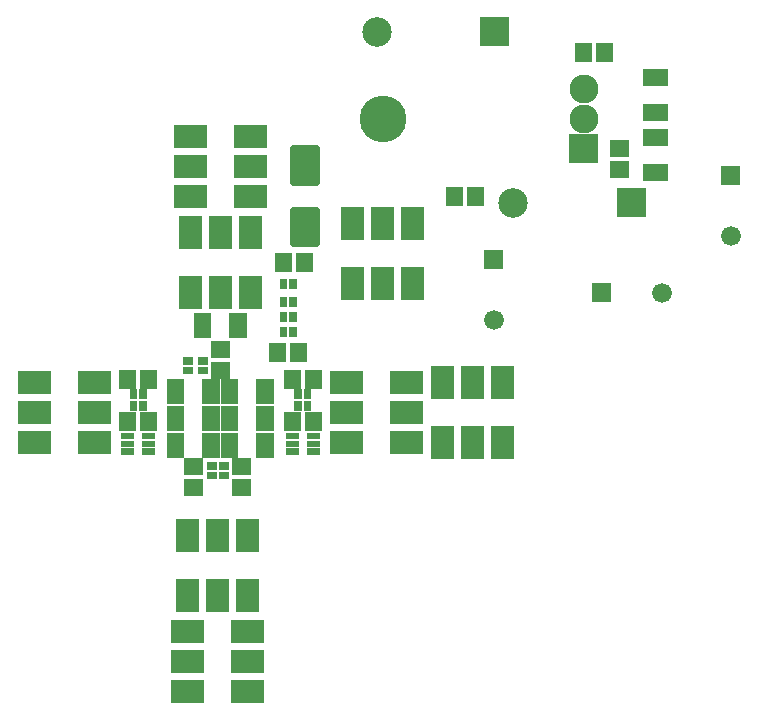
<source format=gbr>
G04 start of page 8 for group -4063 idx -4063 *
G04 Title: (unknown), componentmask *
G04 Creator: pcb 20110918 *
G04 CreationDate: Wed 16 Apr 2014 03:02:33 AM GMT UTC *
G04 For: commonadmin *
G04 Format: Gerber/RS-274X *
G04 PCB-Dimensions: 300000 250000 *
G04 PCB-Coordinate-Origin: lower left *
%MOIN*%
%FSLAX25Y25*%
%LNTOPMASK*%
%ADD96C,0.0247*%
%ADD95R,0.0818X0.0818*%
%ADD94R,0.0210X0.0210*%
%ADD93R,0.0750X0.0750*%
%ADD92R,0.0257X0.0257*%
%ADD91R,0.0572X0.0572*%
%ADD90C,0.0984*%
%ADD89C,0.1560*%
%ADD88C,0.0660*%
%ADD87C,0.0960*%
%ADD86C,0.0001*%
G54D86*G36*
X194200Y203800D02*Y194200D01*
X203800D01*
Y203800D01*
X194200D01*
G37*
G54D87*X199000Y209000D03*
Y219000D03*
G54D86*G36*
X210079Y185921D02*Y176079D01*
X219921D01*
Y185921D01*
X210079D01*
G37*
G36*
X165700Y165300D02*Y158700D01*
X172300D01*
Y165300D01*
X165700D01*
G37*
G54D88*X169000Y142000D03*
G54D89*X132000Y209000D03*
G54D90*X175630Y181000D03*
G54D86*G36*
X201700Y154300D02*Y147700D01*
X208300D01*
Y154300D01*
X201700D01*
G37*
G54D88*X225000Y151000D03*
G54D86*G36*
X244700Y193300D02*Y186700D01*
X251300D01*
Y193300D01*
X244700D01*
G37*
G54D88*X248000Y170000D03*
G54D86*G36*
X164449Y242921D02*Y233079D01*
X174291D01*
Y242921D01*
X164449D01*
G37*
G54D90*X130000Y238000D03*
G54D91*X63000Y119181D02*Y116819D01*
X74810Y119181D02*Y116819D01*
G54D92*X71607Y125000D02*X72393D01*
X71607Y128148D02*X72393D01*
X66607Y125000D02*X67393D01*
X66607Y128148D02*X67393D01*
G54D91*X77607Y125000D02*X78393D01*
X77607Y132086D02*X78393D01*
X97000Y131393D02*Y130607D01*
X104086Y131393D02*Y130607D01*
X81000Y119181D02*Y116819D01*
X92810Y119181D02*Y116819D01*
X74810Y110181D02*Y107819D01*
Y101181D02*Y98819D01*
X81000Y101181D02*Y98819D01*
X92810Y101181D02*Y98819D01*
Y110181D02*Y107819D01*
X81000Y110181D02*Y107819D01*
G54D93*X172000Y122750D02*Y119250D01*
X162000Y122750D02*Y119250D01*
X152000Y122750D02*Y119250D01*
X138250Y121000D02*X141750D01*
X152000Y102750D02*Y99250D01*
X138250Y101000D02*X141750D01*
X138250Y111000D02*X141750D01*
X162000Y102750D02*Y99250D01*
X172000Y102750D02*Y99250D01*
G54D94*X108000Y98000D02*X110000D01*
X108000Y100600D02*X110000D01*
X108000Y103100D02*X110000D01*
X101000Y98000D02*X103000D01*
X101000Y103100D02*X103000D01*
X101000Y100600D02*X103000D01*
G54D91*X102000Y108493D02*Y107707D01*
X109086Y108493D02*Y107707D01*
G54D92*X103852Y113493D02*Y112707D01*
X107000Y113493D02*Y112707D01*
X103852Y117493D02*Y116707D01*
X107000Y117493D02*Y116707D01*
G54D91*X102000Y122493D02*Y121707D01*
X109086Y122493D02*Y121707D01*
G54D93*X118250Y121000D02*X121750D01*
X118250Y111000D02*X121750D01*
X118250Y101000D02*X121750D01*
G54D91*X72000Y141181D02*Y138819D01*
G54D93*X68000Y172750D02*Y169250D01*
Y152750D02*Y149250D01*
X66250Y203000D02*X69750D01*
X66250Y193000D02*X69750D01*
X66250Y183000D02*X69750D01*
G54D91*X83810Y141181D02*Y138819D01*
G54D93*X78000Y152750D02*Y149250D01*
X88000Y152750D02*Y149250D01*
Y172750D02*Y169250D01*
X78000Y172750D02*Y169250D01*
X86250Y183000D02*X89750D01*
X86250Y193000D02*X89750D01*
X86250Y203000D02*X89750D01*
G54D92*X99000Y138393D02*Y137607D01*
Y143393D02*Y142607D01*
Y148393D02*Y147607D01*
Y154393D02*Y153607D01*
G54D91*Y161393D02*Y160607D01*
G54D92*X102148Y138393D02*Y137607D01*
Y143393D02*Y142607D01*
Y148393D02*Y147607D01*
Y154393D02*Y153607D01*
G54D91*X106086Y161393D02*Y160607D01*
G54D93*X122000Y155750D02*Y152250D01*
X142000Y175750D02*Y172250D01*
X132000Y175750D02*Y172250D01*
X122000Y175750D02*Y172250D01*
X132000Y155750D02*Y152250D01*
X142000Y155750D02*Y152250D01*
G54D91*X156000Y183393D02*Y182607D01*
X163086Y183393D02*Y182607D01*
G54D95*X106000Y195244D02*Y191701D01*
G54D96*X102161Y199082D02*X109839D01*
X102161D02*Y187862D01*
X109839D01*
Y199082D02*Y187862D01*
G54D95*X106000Y174771D02*Y171228D01*
G54D96*X102161Y178610D02*X109839D01*
X102161Y167390D02*X109839D01*
Y178610D02*Y167390D01*
X102161Y178610D02*Y167390D01*
G54D91*X210607Y199086D02*X211393D01*
X210607Y192000D02*X211393D01*
X221819Y191000D02*X224181D01*
X221819Y202810D02*X224181D01*
X221819Y211000D02*X224181D01*
X221819Y222810D02*X224181D01*
X206086Y231393D02*Y230607D01*
X199000Y231393D02*Y230607D01*
X63000Y110181D02*Y107819D01*
Y101181D02*Y98819D01*
G54D93*X87000Y71750D02*Y68250D01*
X77000Y71750D02*Y68250D01*
X67000Y71750D02*Y68250D01*
G54D92*X74607Y90000D02*X75393D01*
X74607Y93148D02*X75393D01*
X78607Y90000D02*X79393D01*
X78607Y93148D02*X79393D01*
G54D91*X68607Y86000D02*X69393D01*
X68607Y93086D02*X69393D01*
X84607Y86000D02*X85393D01*
X84607Y93086D02*X85393D01*
G54D92*X49000Y117493D02*Y116707D01*
G54D91*X47000Y122493D02*Y121707D01*
G54D92*X52148Y117493D02*Y116707D01*
G54D91*X54086Y122493D02*Y121707D01*
G54D92*X49000Y113493D02*Y112707D01*
X52148Y113493D02*Y112707D01*
G54D91*X47000Y108493D02*Y107707D01*
G54D94*X46000Y103100D02*X48000D01*
G54D91*X54086Y108493D02*Y107707D01*
G54D94*X46000Y100500D02*X48000D01*
X46000Y98000D02*X48000D01*
X53000D02*X55000D01*
X53000Y100500D02*X55000D01*
X53000Y103100D02*X55000D01*
G54D93*X67000Y51750D02*Y48250D01*
X65250Y38000D02*X68750D01*
X65250Y28000D02*X68750D01*
X65250Y18000D02*X68750D01*
X77000Y51750D02*Y48250D01*
X87000Y51750D02*Y48250D01*
X85250Y18000D02*X88750D01*
X85250Y28000D02*X88750D01*
X85250Y38000D02*X88750D01*
X14250Y121000D02*X17750D01*
X14250Y111000D02*X17750D01*
X14250Y101000D02*X17750D01*
X34250D02*X37750D01*
X34250Y111000D02*X37750D01*
X34250Y121000D02*X37750D01*
M02*

</source>
